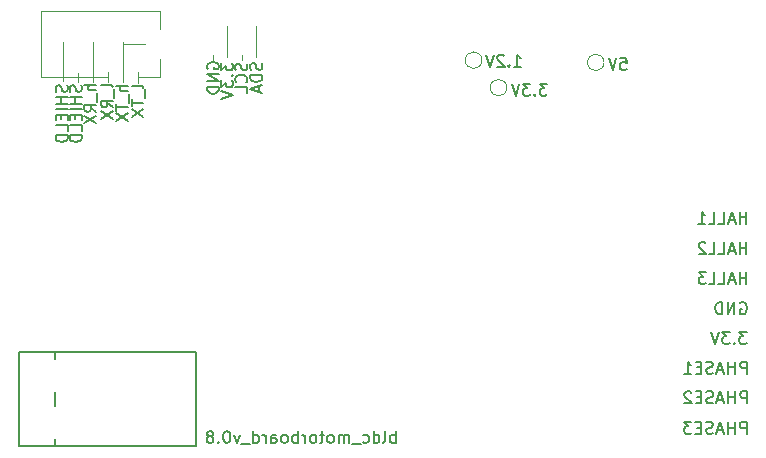
<source format=gbr>
G04 #@! TF.GenerationSoftware,KiCad,Pcbnew,5.1.5-52549c5~84~ubuntu18.04.1*
G04 #@! TF.CreationDate,2020-04-16T13:53:27+02:00*
G04 #@! TF.ProjectId,board,626f6172-642e-46b6-9963-61645f706362,rev?*
G04 #@! TF.SameCoordinates,Original*
G04 #@! TF.FileFunction,Legend,Bot*
G04 #@! TF.FilePolarity,Positive*
%FSLAX46Y46*%
G04 Gerber Fmt 4.6, Leading zero omitted, Abs format (unit mm)*
G04 Created by KiCad (PCBNEW 5.1.5-52549c5~84~ubuntu18.04.1) date 2020-04-16 13:53:27*
%MOMM*%
%LPD*%
G04 APERTURE LIST*
%ADD10C,0.150000*%
%ADD11C,0.120000*%
G04 APERTURE END LIST*
D10*
X98383961Y-108116138D02*
X98431580Y-108258995D01*
X98431580Y-108497090D01*
X98383961Y-108592328D01*
X98336342Y-108639947D01*
X98241104Y-108687566D01*
X98145866Y-108687566D01*
X98050628Y-108639947D01*
X98003009Y-108592328D01*
X97955390Y-108497090D01*
X97907771Y-108306614D01*
X97860152Y-108211376D01*
X97812533Y-108163757D01*
X97717295Y-108116138D01*
X97622057Y-108116138D01*
X97526819Y-108163757D01*
X97479200Y-108211376D01*
X97431580Y-108306614D01*
X97431580Y-108544709D01*
X97479200Y-108687566D01*
X98431580Y-109116138D02*
X97431580Y-109116138D01*
X97907771Y-109116138D02*
X97907771Y-109687566D01*
X98431580Y-109687566D02*
X97431580Y-109687566D01*
X98431580Y-110163757D02*
X97431580Y-110163757D01*
X97907771Y-110639947D02*
X97907771Y-110973280D01*
X98431580Y-111116138D02*
X98431580Y-110639947D01*
X97431580Y-110639947D01*
X97431580Y-111116138D01*
X98431580Y-112020900D02*
X98431580Y-111544709D01*
X97431580Y-111544709D01*
X98431580Y-112354233D02*
X97431580Y-112354233D01*
X97431580Y-112592328D01*
X97479200Y-112735185D01*
X97574438Y-112830423D01*
X97669676Y-112878042D01*
X97860152Y-112925661D01*
X98003009Y-112925661D01*
X98193485Y-112878042D01*
X98288723Y-112830423D01*
X98383961Y-112735185D01*
X98431580Y-112592328D01*
X98431580Y-112354233D01*
X154738347Y-137643280D02*
X154738347Y-136643280D01*
X154357395Y-136643280D01*
X154262157Y-136690900D01*
X154214538Y-136738519D01*
X154166919Y-136833757D01*
X154166919Y-136976614D01*
X154214538Y-137071852D01*
X154262157Y-137119471D01*
X154357395Y-137167090D01*
X154738347Y-137167090D01*
X153738347Y-137643280D02*
X153738347Y-136643280D01*
X153738347Y-137119471D02*
X153166919Y-137119471D01*
X153166919Y-137643280D02*
X153166919Y-136643280D01*
X152738347Y-137357566D02*
X152262157Y-137357566D01*
X152833585Y-137643280D02*
X152500252Y-136643280D01*
X152166919Y-137643280D01*
X151881204Y-137595661D02*
X151738347Y-137643280D01*
X151500252Y-137643280D01*
X151405014Y-137595661D01*
X151357395Y-137548042D01*
X151309776Y-137452804D01*
X151309776Y-137357566D01*
X151357395Y-137262328D01*
X151405014Y-137214709D01*
X151500252Y-137167090D01*
X151690728Y-137119471D01*
X151785966Y-137071852D01*
X151833585Y-137024233D01*
X151881204Y-136928995D01*
X151881204Y-136833757D01*
X151833585Y-136738519D01*
X151785966Y-136690900D01*
X151690728Y-136643280D01*
X151452633Y-136643280D01*
X151309776Y-136690900D01*
X150881204Y-137119471D02*
X150547871Y-137119471D01*
X150405014Y-137643280D02*
X150881204Y-137643280D01*
X150881204Y-136643280D01*
X150405014Y-136643280D01*
X150071680Y-136643280D02*
X149452633Y-136643280D01*
X149785966Y-137024233D01*
X149643109Y-137024233D01*
X149547871Y-137071852D01*
X149500252Y-137119471D01*
X149452633Y-137214709D01*
X149452633Y-137452804D01*
X149500252Y-137548042D01*
X149547871Y-137595661D01*
X149643109Y-137643280D01*
X149928823Y-137643280D01*
X150024061Y-137595661D01*
X150071680Y-137548042D01*
X154763747Y-135065180D02*
X154763747Y-134065180D01*
X154382795Y-134065180D01*
X154287557Y-134112800D01*
X154239938Y-134160419D01*
X154192319Y-134255657D01*
X154192319Y-134398514D01*
X154239938Y-134493752D01*
X154287557Y-134541371D01*
X154382795Y-134588990D01*
X154763747Y-134588990D01*
X153763747Y-135065180D02*
X153763747Y-134065180D01*
X153763747Y-134541371D02*
X153192319Y-134541371D01*
X153192319Y-135065180D02*
X153192319Y-134065180D01*
X152763747Y-134779466D02*
X152287557Y-134779466D01*
X152858985Y-135065180D02*
X152525652Y-134065180D01*
X152192319Y-135065180D01*
X151906604Y-135017561D02*
X151763747Y-135065180D01*
X151525652Y-135065180D01*
X151430414Y-135017561D01*
X151382795Y-134969942D01*
X151335176Y-134874704D01*
X151335176Y-134779466D01*
X151382795Y-134684228D01*
X151430414Y-134636609D01*
X151525652Y-134588990D01*
X151716128Y-134541371D01*
X151811366Y-134493752D01*
X151858985Y-134446133D01*
X151906604Y-134350895D01*
X151906604Y-134255657D01*
X151858985Y-134160419D01*
X151811366Y-134112800D01*
X151716128Y-134065180D01*
X151478033Y-134065180D01*
X151335176Y-134112800D01*
X150906604Y-134541371D02*
X150573271Y-134541371D01*
X150430414Y-135065180D02*
X150906604Y-135065180D01*
X150906604Y-134065180D01*
X150430414Y-134065180D01*
X150049461Y-134160419D02*
X150001842Y-134112800D01*
X149906604Y-134065180D01*
X149668509Y-134065180D01*
X149573271Y-134112800D01*
X149525652Y-134160419D01*
X149478033Y-134255657D01*
X149478033Y-134350895D01*
X149525652Y-134493752D01*
X150097080Y-135065180D01*
X149478033Y-135065180D01*
X154751047Y-132550580D02*
X154751047Y-131550580D01*
X154370095Y-131550580D01*
X154274857Y-131598200D01*
X154227238Y-131645819D01*
X154179619Y-131741057D01*
X154179619Y-131883914D01*
X154227238Y-131979152D01*
X154274857Y-132026771D01*
X154370095Y-132074390D01*
X154751047Y-132074390D01*
X153751047Y-132550580D02*
X153751047Y-131550580D01*
X153751047Y-132026771D02*
X153179619Y-132026771D01*
X153179619Y-132550580D02*
X153179619Y-131550580D01*
X152751047Y-132264866D02*
X152274857Y-132264866D01*
X152846285Y-132550580D02*
X152512952Y-131550580D01*
X152179619Y-132550580D01*
X151893904Y-132502961D02*
X151751047Y-132550580D01*
X151512952Y-132550580D01*
X151417714Y-132502961D01*
X151370095Y-132455342D01*
X151322476Y-132360104D01*
X151322476Y-132264866D01*
X151370095Y-132169628D01*
X151417714Y-132122009D01*
X151512952Y-132074390D01*
X151703428Y-132026771D01*
X151798666Y-131979152D01*
X151846285Y-131931533D01*
X151893904Y-131836295D01*
X151893904Y-131741057D01*
X151846285Y-131645819D01*
X151798666Y-131598200D01*
X151703428Y-131550580D01*
X151465333Y-131550580D01*
X151322476Y-131598200D01*
X150893904Y-132026771D02*
X150560571Y-132026771D01*
X150417714Y-132550580D02*
X150893904Y-132550580D01*
X150893904Y-131550580D01*
X150417714Y-131550580D01*
X149465333Y-132550580D02*
X150036761Y-132550580D01*
X149751047Y-132550580D02*
X149751047Y-131550580D01*
X149846285Y-131693438D01*
X149941523Y-131788676D01*
X150036761Y-131836295D01*
X154738490Y-129023280D02*
X154119442Y-129023280D01*
X154452776Y-129404233D01*
X154309919Y-129404233D01*
X154214680Y-129451852D01*
X154167061Y-129499471D01*
X154119442Y-129594709D01*
X154119442Y-129832804D01*
X154167061Y-129928042D01*
X154214680Y-129975661D01*
X154309919Y-130023280D01*
X154595633Y-130023280D01*
X154690871Y-129975661D01*
X154738490Y-129928042D01*
X153690871Y-129928042D02*
X153643252Y-129975661D01*
X153690871Y-130023280D01*
X153738490Y-129975661D01*
X153690871Y-129928042D01*
X153690871Y-130023280D01*
X153309919Y-129023280D02*
X152690871Y-129023280D01*
X153024204Y-129404233D01*
X152881347Y-129404233D01*
X152786109Y-129451852D01*
X152738490Y-129499471D01*
X152690871Y-129594709D01*
X152690871Y-129832804D01*
X152738490Y-129928042D01*
X152786109Y-129975661D01*
X152881347Y-130023280D01*
X153167061Y-130023280D01*
X153262300Y-129975661D01*
X153309919Y-129928042D01*
X152405157Y-129023280D02*
X152071823Y-130023280D01*
X151738490Y-129023280D01*
X154189304Y-126569000D02*
X154284542Y-126521380D01*
X154427400Y-126521380D01*
X154570257Y-126569000D01*
X154665495Y-126664238D01*
X154713114Y-126759476D01*
X154760733Y-126949952D01*
X154760733Y-127092809D01*
X154713114Y-127283285D01*
X154665495Y-127378523D01*
X154570257Y-127473761D01*
X154427400Y-127521380D01*
X154332161Y-127521380D01*
X154189304Y-127473761D01*
X154141685Y-127426142D01*
X154141685Y-127092809D01*
X154332161Y-127092809D01*
X153713114Y-127521380D02*
X153713114Y-126521380D01*
X153141685Y-127521380D01*
X153141685Y-126521380D01*
X152665495Y-127521380D02*
X152665495Y-126521380D01*
X152427400Y-126521380D01*
X152284542Y-126569000D01*
X152189304Y-126664238D01*
X152141685Y-126759476D01*
X152094066Y-126949952D01*
X152094066Y-127092809D01*
X152141685Y-127283285D01*
X152189304Y-127378523D01*
X152284542Y-127473761D01*
X152427400Y-127521380D01*
X152665495Y-127521380D01*
X154728900Y-124955980D02*
X154728900Y-123955980D01*
X154728900Y-124432171D02*
X154157471Y-124432171D01*
X154157471Y-124955980D02*
X154157471Y-123955980D01*
X153728900Y-124670266D02*
X153252709Y-124670266D01*
X153824138Y-124955980D02*
X153490804Y-123955980D01*
X153157471Y-124955980D01*
X152347947Y-124955980D02*
X152824138Y-124955980D01*
X152824138Y-123955980D01*
X151538423Y-124955980D02*
X152014614Y-124955980D01*
X152014614Y-123955980D01*
X151300328Y-123955980D02*
X150681280Y-123955980D01*
X151014614Y-124336933D01*
X150871757Y-124336933D01*
X150776519Y-124384552D01*
X150728900Y-124432171D01*
X150681280Y-124527409D01*
X150681280Y-124765504D01*
X150728900Y-124860742D01*
X150776519Y-124908361D01*
X150871757Y-124955980D01*
X151157471Y-124955980D01*
X151252709Y-124908361D01*
X151300328Y-124860742D01*
X154728900Y-122428680D02*
X154728900Y-121428680D01*
X154728900Y-121904871D02*
X154157471Y-121904871D01*
X154157471Y-122428680D02*
X154157471Y-121428680D01*
X153728900Y-122142966D02*
X153252709Y-122142966D01*
X153824138Y-122428680D02*
X153490804Y-121428680D01*
X153157471Y-122428680D01*
X152347947Y-122428680D02*
X152824138Y-122428680D01*
X152824138Y-121428680D01*
X151538423Y-122428680D02*
X152014614Y-122428680D01*
X152014614Y-121428680D01*
X151252709Y-121523919D02*
X151205090Y-121476300D01*
X151109852Y-121428680D01*
X150871757Y-121428680D01*
X150776519Y-121476300D01*
X150728900Y-121523919D01*
X150681280Y-121619157D01*
X150681280Y-121714395D01*
X150728900Y-121857252D01*
X151300328Y-122428680D01*
X150681280Y-122428680D01*
X154716200Y-119850580D02*
X154716200Y-118850580D01*
X154716200Y-119326771D02*
X154144771Y-119326771D01*
X154144771Y-119850580D02*
X154144771Y-118850580D01*
X153716200Y-119564866D02*
X153240009Y-119564866D01*
X153811438Y-119850580D02*
X153478104Y-118850580D01*
X153144771Y-119850580D01*
X152335247Y-119850580D02*
X152811438Y-119850580D01*
X152811438Y-118850580D01*
X151525723Y-119850580D02*
X152001914Y-119850580D01*
X152001914Y-118850580D01*
X150668580Y-119850580D02*
X151240009Y-119850580D01*
X150954295Y-119850580D02*
X150954295Y-118850580D01*
X151049533Y-118993438D01*
X151144771Y-119088676D01*
X151240009Y-119136295D01*
D11*
X103237000Y-107041100D02*
X103237000Y-107917400D01*
X101916200Y-104501100D02*
X101916200Y-107879300D01*
X100697000Y-107041100D02*
X100697000Y-107879300D01*
X99427000Y-104475700D02*
X99427000Y-107841200D01*
X98131600Y-107066500D02*
X98131600Y-107853900D01*
X96861600Y-104501100D02*
X96861600Y-107815800D01*
D10*
X97202861Y-108116138D02*
X97250480Y-108258995D01*
X97250480Y-108497090D01*
X97202861Y-108592328D01*
X97155242Y-108639947D01*
X97060004Y-108687566D01*
X96964766Y-108687566D01*
X96869528Y-108639947D01*
X96821909Y-108592328D01*
X96774290Y-108497090D01*
X96726671Y-108306614D01*
X96679052Y-108211376D01*
X96631433Y-108163757D01*
X96536195Y-108116138D01*
X96440957Y-108116138D01*
X96345719Y-108163757D01*
X96298100Y-108211376D01*
X96250480Y-108306614D01*
X96250480Y-108544709D01*
X96298100Y-108687566D01*
X97250480Y-109116138D02*
X96250480Y-109116138D01*
X96726671Y-109116138D02*
X96726671Y-109687566D01*
X97250480Y-109687566D02*
X96250480Y-109687566D01*
X97250480Y-110163757D02*
X96250480Y-110163757D01*
X96726671Y-110639947D02*
X96726671Y-110973280D01*
X97250480Y-111116138D02*
X97250480Y-110639947D01*
X96250480Y-110639947D01*
X96250480Y-111116138D01*
X97250480Y-112020900D02*
X97250480Y-111544709D01*
X96250480Y-111544709D01*
X97250480Y-112354233D02*
X96250480Y-112354233D01*
X96250480Y-112592328D01*
X96298100Y-112735185D01*
X96393338Y-112830423D01*
X96488576Y-112878042D01*
X96679052Y-112925661D01*
X96821909Y-112925661D01*
X97012385Y-112878042D01*
X97107623Y-112830423D01*
X97202861Y-112735185D01*
X97250480Y-112592328D01*
X97250480Y-112354233D01*
X103676680Y-108335052D02*
X103629061Y-108239814D01*
X103533823Y-108192195D01*
X102676680Y-108192195D01*
X103771919Y-108477909D02*
X103771919Y-109239814D01*
X102676680Y-109335052D02*
X102676680Y-109906480D01*
X103676680Y-109620766D02*
X102676680Y-109620766D01*
X102676680Y-110144576D02*
X103676680Y-110811242D01*
X102676680Y-110811242D02*
X103676680Y-110144576D01*
X102330480Y-108192219D02*
X101330480Y-108192219D01*
X102330480Y-108620790D02*
X101806671Y-108620790D01*
X101711433Y-108573171D01*
X101663814Y-108477933D01*
X101663814Y-108335076D01*
X101711433Y-108239838D01*
X101759052Y-108192219D01*
X102425719Y-108858885D02*
X102425719Y-109620790D01*
X101330480Y-109716028D02*
X101330480Y-110287457D01*
X102330480Y-110001742D02*
X101330480Y-110001742D01*
X101330480Y-110525552D02*
X102330480Y-111192219D01*
X101330480Y-111192219D02*
X102330480Y-110525552D01*
X101085880Y-108292204D02*
X101038261Y-108196966D01*
X100943023Y-108149347D01*
X100085880Y-108149347D01*
X101181119Y-108435061D02*
X101181119Y-109196966D01*
X101085880Y-110006490D02*
X100609690Y-109673157D01*
X101085880Y-109435061D02*
X100085880Y-109435061D01*
X100085880Y-109816014D01*
X100133500Y-109911252D01*
X100181119Y-109958871D01*
X100276357Y-110006490D01*
X100419214Y-110006490D01*
X100514452Y-109958871D01*
X100562071Y-109911252D01*
X100609690Y-109816014D01*
X100609690Y-109435061D01*
X100085880Y-110339823D02*
X101085880Y-111006490D01*
X100085880Y-111006490D02*
X101085880Y-110339823D01*
X99676180Y-108136671D02*
X98676180Y-108136671D01*
X99676180Y-108565242D02*
X99152371Y-108565242D01*
X99057133Y-108517623D01*
X99009514Y-108422385D01*
X99009514Y-108279528D01*
X99057133Y-108184290D01*
X99104752Y-108136671D01*
X99771419Y-108803338D02*
X99771419Y-109565242D01*
X99676180Y-110374766D02*
X99199990Y-110041433D01*
X99676180Y-109803338D02*
X98676180Y-109803338D01*
X98676180Y-110184290D01*
X98723800Y-110279528D01*
X98771419Y-110327147D01*
X98866657Y-110374766D01*
X99009514Y-110374766D01*
X99104752Y-110327147D01*
X99152371Y-110279528D01*
X99199990Y-110184290D01*
X99199990Y-109803338D01*
X98676180Y-110708100D02*
X99676180Y-111374766D01*
X98676180Y-111374766D02*
X99676180Y-110708100D01*
D11*
X109540000Y-106020000D02*
X109540000Y-105620000D01*
X110790000Y-105790000D02*
X110790000Y-103110000D01*
X111990000Y-106020000D02*
X111990000Y-105620000D01*
X113240000Y-105790000D02*
X113240000Y-103110000D01*
D10*
X113674761Y-106275714D02*
X113722380Y-106418571D01*
X113722380Y-106656666D01*
X113674761Y-106751904D01*
X113627142Y-106799523D01*
X113531904Y-106847142D01*
X113436666Y-106847142D01*
X113341428Y-106799523D01*
X113293809Y-106751904D01*
X113246190Y-106656666D01*
X113198571Y-106466190D01*
X113150952Y-106370952D01*
X113103333Y-106323333D01*
X113008095Y-106275714D01*
X112912857Y-106275714D01*
X112817619Y-106323333D01*
X112770000Y-106370952D01*
X112722380Y-106466190D01*
X112722380Y-106704285D01*
X112770000Y-106847142D01*
X113722380Y-107275714D02*
X112722380Y-107275714D01*
X112722380Y-107513809D01*
X112770000Y-107656666D01*
X112865238Y-107751904D01*
X112960476Y-107799523D01*
X113150952Y-107847142D01*
X113293809Y-107847142D01*
X113484285Y-107799523D01*
X113579523Y-107751904D01*
X113674761Y-107656666D01*
X113722380Y-107513809D01*
X113722380Y-107275714D01*
X113436666Y-108228095D02*
X113436666Y-108704285D01*
X113722380Y-108132857D02*
X112722380Y-108466190D01*
X113722380Y-108799523D01*
X112404761Y-106299523D02*
X112452380Y-106442380D01*
X112452380Y-106680476D01*
X112404761Y-106775714D01*
X112357142Y-106823333D01*
X112261904Y-106870952D01*
X112166666Y-106870952D01*
X112071428Y-106823333D01*
X112023809Y-106775714D01*
X111976190Y-106680476D01*
X111928571Y-106490000D01*
X111880952Y-106394761D01*
X111833333Y-106347142D01*
X111738095Y-106299523D01*
X111642857Y-106299523D01*
X111547619Y-106347142D01*
X111500000Y-106394761D01*
X111452380Y-106490000D01*
X111452380Y-106728095D01*
X111500000Y-106870952D01*
X112357142Y-107870952D02*
X112404761Y-107823333D01*
X112452380Y-107680476D01*
X112452380Y-107585238D01*
X112404761Y-107442380D01*
X112309523Y-107347142D01*
X112214285Y-107299523D01*
X112023809Y-107251904D01*
X111880952Y-107251904D01*
X111690476Y-107299523D01*
X111595238Y-107347142D01*
X111500000Y-107442380D01*
X111452380Y-107585238D01*
X111452380Y-107680476D01*
X111500000Y-107823333D01*
X111547619Y-107870952D01*
X112452380Y-108775714D02*
X112452380Y-108299523D01*
X111452380Y-108299523D01*
X110242380Y-106263809D02*
X110242380Y-106882857D01*
X110623333Y-106549523D01*
X110623333Y-106692380D01*
X110670952Y-106787619D01*
X110718571Y-106835238D01*
X110813809Y-106882857D01*
X111051904Y-106882857D01*
X111147142Y-106835238D01*
X111194761Y-106787619D01*
X111242380Y-106692380D01*
X111242380Y-106406666D01*
X111194761Y-106311428D01*
X111147142Y-106263809D01*
X111147142Y-107311428D02*
X111194761Y-107359047D01*
X111242380Y-107311428D01*
X111194761Y-107263809D01*
X111147142Y-107311428D01*
X111242380Y-107311428D01*
X110242380Y-107692380D02*
X110242380Y-108311428D01*
X110623333Y-107978095D01*
X110623333Y-108120952D01*
X110670952Y-108216190D01*
X110718571Y-108263809D01*
X110813809Y-108311428D01*
X111051904Y-108311428D01*
X111147142Y-108263809D01*
X111194761Y-108216190D01*
X111242380Y-108120952D01*
X111242380Y-107835238D01*
X111194761Y-107740000D01*
X111147142Y-107692380D01*
X110242380Y-108597142D02*
X111242380Y-108930476D01*
X110242380Y-109263809D01*
X109110000Y-106748095D02*
X109062380Y-106652857D01*
X109062380Y-106510000D01*
X109110000Y-106367142D01*
X109205238Y-106271904D01*
X109300476Y-106224285D01*
X109490952Y-106176666D01*
X109633809Y-106176666D01*
X109824285Y-106224285D01*
X109919523Y-106271904D01*
X110014761Y-106367142D01*
X110062380Y-106510000D01*
X110062380Y-106605238D01*
X110014761Y-106748095D01*
X109967142Y-106795714D01*
X109633809Y-106795714D01*
X109633809Y-106605238D01*
X110062380Y-107224285D02*
X109062380Y-107224285D01*
X110062380Y-107795714D01*
X109062380Y-107795714D01*
X110062380Y-108271904D02*
X109062380Y-108271904D01*
X109062380Y-108510000D01*
X109110000Y-108652857D01*
X109205238Y-108748095D01*
X109300476Y-108795714D01*
X109490952Y-108843333D01*
X109633809Y-108843333D01*
X109824285Y-108795714D01*
X109919523Y-108748095D01*
X110014761Y-108652857D01*
X110062380Y-108510000D01*
X110062380Y-108271904D01*
X135057142Y-106562380D02*
X135628571Y-106562380D01*
X135342857Y-106562380D02*
X135342857Y-105562380D01*
X135438095Y-105705238D01*
X135533333Y-105800476D01*
X135628571Y-105848095D01*
X134628571Y-106467142D02*
X134580952Y-106514761D01*
X134628571Y-106562380D01*
X134676190Y-106514761D01*
X134628571Y-106467142D01*
X134628571Y-106562380D01*
X134200000Y-105657619D02*
X134152380Y-105610000D01*
X134057142Y-105562380D01*
X133819047Y-105562380D01*
X133723809Y-105610000D01*
X133676190Y-105657619D01*
X133628571Y-105752857D01*
X133628571Y-105848095D01*
X133676190Y-105990952D01*
X134247619Y-106562380D01*
X133628571Y-106562380D01*
X133342857Y-105562380D02*
X133009523Y-106562380D01*
X132676190Y-105562380D01*
X137846190Y-108012380D02*
X137227142Y-108012380D01*
X137560476Y-108393333D01*
X137417619Y-108393333D01*
X137322380Y-108440952D01*
X137274761Y-108488571D01*
X137227142Y-108583809D01*
X137227142Y-108821904D01*
X137274761Y-108917142D01*
X137322380Y-108964761D01*
X137417619Y-109012380D01*
X137703333Y-109012380D01*
X137798571Y-108964761D01*
X137846190Y-108917142D01*
X136798571Y-108917142D02*
X136750952Y-108964761D01*
X136798571Y-109012380D01*
X136846190Y-108964761D01*
X136798571Y-108917142D01*
X136798571Y-109012380D01*
X136417619Y-108012380D02*
X135798571Y-108012380D01*
X136131904Y-108393333D01*
X135989047Y-108393333D01*
X135893809Y-108440952D01*
X135846190Y-108488571D01*
X135798571Y-108583809D01*
X135798571Y-108821904D01*
X135846190Y-108917142D01*
X135893809Y-108964761D01*
X135989047Y-109012380D01*
X136274761Y-109012380D01*
X136370000Y-108964761D01*
X136417619Y-108917142D01*
X135512857Y-108012380D02*
X135179523Y-109012380D01*
X134846190Y-108012380D01*
X144060476Y-105822380D02*
X144536666Y-105822380D01*
X144584285Y-106298571D01*
X144536666Y-106250952D01*
X144441428Y-106203333D01*
X144203333Y-106203333D01*
X144108095Y-106250952D01*
X144060476Y-106298571D01*
X144012857Y-106393809D01*
X144012857Y-106631904D01*
X144060476Y-106727142D01*
X144108095Y-106774761D01*
X144203333Y-106822380D01*
X144441428Y-106822380D01*
X144536666Y-106774761D01*
X144584285Y-106727142D01*
X143727142Y-105822380D02*
X143393809Y-106822380D01*
X143060476Y-105822380D01*
X125016190Y-138412380D02*
X125016190Y-137412380D01*
X125016190Y-137793333D02*
X124920952Y-137745714D01*
X124730476Y-137745714D01*
X124635238Y-137793333D01*
X124587619Y-137840952D01*
X124540000Y-137936190D01*
X124540000Y-138221904D01*
X124587619Y-138317142D01*
X124635238Y-138364761D01*
X124730476Y-138412380D01*
X124920952Y-138412380D01*
X125016190Y-138364761D01*
X123968571Y-138412380D02*
X124063809Y-138364761D01*
X124111428Y-138269523D01*
X124111428Y-137412380D01*
X123159047Y-138412380D02*
X123159047Y-137412380D01*
X123159047Y-138364761D02*
X123254285Y-138412380D01*
X123444761Y-138412380D01*
X123540000Y-138364761D01*
X123587619Y-138317142D01*
X123635238Y-138221904D01*
X123635238Y-137936190D01*
X123587619Y-137840952D01*
X123540000Y-137793333D01*
X123444761Y-137745714D01*
X123254285Y-137745714D01*
X123159047Y-137793333D01*
X122254285Y-138364761D02*
X122349523Y-138412380D01*
X122540000Y-138412380D01*
X122635238Y-138364761D01*
X122682857Y-138317142D01*
X122730476Y-138221904D01*
X122730476Y-137936190D01*
X122682857Y-137840952D01*
X122635238Y-137793333D01*
X122540000Y-137745714D01*
X122349523Y-137745714D01*
X122254285Y-137793333D01*
X122063809Y-138507619D02*
X121301904Y-138507619D01*
X121063809Y-138412380D02*
X121063809Y-137745714D01*
X121063809Y-137840952D02*
X121016190Y-137793333D01*
X120920952Y-137745714D01*
X120778095Y-137745714D01*
X120682857Y-137793333D01*
X120635238Y-137888571D01*
X120635238Y-138412380D01*
X120635238Y-137888571D02*
X120587619Y-137793333D01*
X120492380Y-137745714D01*
X120349523Y-137745714D01*
X120254285Y-137793333D01*
X120206666Y-137888571D01*
X120206666Y-138412380D01*
X119587619Y-138412380D02*
X119682857Y-138364761D01*
X119730476Y-138317142D01*
X119778095Y-138221904D01*
X119778095Y-137936190D01*
X119730476Y-137840952D01*
X119682857Y-137793333D01*
X119587619Y-137745714D01*
X119444761Y-137745714D01*
X119349523Y-137793333D01*
X119301904Y-137840952D01*
X119254285Y-137936190D01*
X119254285Y-138221904D01*
X119301904Y-138317142D01*
X119349523Y-138364761D01*
X119444761Y-138412380D01*
X119587619Y-138412380D01*
X118968571Y-137745714D02*
X118587619Y-137745714D01*
X118825714Y-137412380D02*
X118825714Y-138269523D01*
X118778095Y-138364761D01*
X118682857Y-138412380D01*
X118587619Y-138412380D01*
X118111428Y-138412380D02*
X118206666Y-138364761D01*
X118254285Y-138317142D01*
X118301904Y-138221904D01*
X118301904Y-137936190D01*
X118254285Y-137840952D01*
X118206666Y-137793333D01*
X118111428Y-137745714D01*
X117968571Y-137745714D01*
X117873333Y-137793333D01*
X117825714Y-137840952D01*
X117778095Y-137936190D01*
X117778095Y-138221904D01*
X117825714Y-138317142D01*
X117873333Y-138364761D01*
X117968571Y-138412380D01*
X118111428Y-138412380D01*
X117349523Y-138412380D02*
X117349523Y-137745714D01*
X117349523Y-137936190D02*
X117301904Y-137840952D01*
X117254285Y-137793333D01*
X117159047Y-137745714D01*
X117063809Y-137745714D01*
X116730476Y-138412380D02*
X116730476Y-137412380D01*
X116730476Y-137793333D02*
X116635238Y-137745714D01*
X116444761Y-137745714D01*
X116349523Y-137793333D01*
X116301904Y-137840952D01*
X116254285Y-137936190D01*
X116254285Y-138221904D01*
X116301904Y-138317142D01*
X116349523Y-138364761D01*
X116444761Y-138412380D01*
X116635238Y-138412380D01*
X116730476Y-138364761D01*
X115682857Y-138412380D02*
X115778095Y-138364761D01*
X115825714Y-138317142D01*
X115873333Y-138221904D01*
X115873333Y-137936190D01*
X115825714Y-137840952D01*
X115778095Y-137793333D01*
X115682857Y-137745714D01*
X115540000Y-137745714D01*
X115444761Y-137793333D01*
X115397142Y-137840952D01*
X115349523Y-137936190D01*
X115349523Y-138221904D01*
X115397142Y-138317142D01*
X115444761Y-138364761D01*
X115540000Y-138412380D01*
X115682857Y-138412380D01*
X114492380Y-138412380D02*
X114492380Y-137888571D01*
X114540000Y-137793333D01*
X114635238Y-137745714D01*
X114825714Y-137745714D01*
X114920952Y-137793333D01*
X114492380Y-138364761D02*
X114587619Y-138412380D01*
X114825714Y-138412380D01*
X114920952Y-138364761D01*
X114968571Y-138269523D01*
X114968571Y-138174285D01*
X114920952Y-138079047D01*
X114825714Y-138031428D01*
X114587619Y-138031428D01*
X114492380Y-137983809D01*
X114016190Y-138412380D02*
X114016190Y-137745714D01*
X114016190Y-137936190D02*
X113968571Y-137840952D01*
X113920952Y-137793333D01*
X113825714Y-137745714D01*
X113730476Y-137745714D01*
X112968571Y-138412380D02*
X112968571Y-137412380D01*
X112968571Y-138364761D02*
X113063809Y-138412380D01*
X113254285Y-138412380D01*
X113349523Y-138364761D01*
X113397142Y-138317142D01*
X113444761Y-138221904D01*
X113444761Y-137936190D01*
X113397142Y-137840952D01*
X113349523Y-137793333D01*
X113254285Y-137745714D01*
X113063809Y-137745714D01*
X112968571Y-137793333D01*
X112730476Y-138507619D02*
X111968571Y-138507619D01*
X111825714Y-137745714D02*
X111587619Y-138412380D01*
X111349523Y-137745714D01*
X110778095Y-137412380D02*
X110682857Y-137412380D01*
X110587619Y-137460000D01*
X110540000Y-137507619D01*
X110492380Y-137602857D01*
X110444761Y-137793333D01*
X110444761Y-138031428D01*
X110492380Y-138221904D01*
X110540000Y-138317142D01*
X110587619Y-138364761D01*
X110682857Y-138412380D01*
X110778095Y-138412380D01*
X110873333Y-138364761D01*
X110920952Y-138317142D01*
X110968571Y-138221904D01*
X111016190Y-138031428D01*
X111016190Y-137793333D01*
X110968571Y-137602857D01*
X110920952Y-137507619D01*
X110873333Y-137460000D01*
X110778095Y-137412380D01*
X110016190Y-138317142D02*
X109968571Y-138364761D01*
X110016190Y-138412380D01*
X110063809Y-138364761D01*
X110016190Y-138317142D01*
X110016190Y-138412380D01*
X109397142Y-137840952D02*
X109492380Y-137793333D01*
X109540000Y-137745714D01*
X109587619Y-137650476D01*
X109587619Y-137602857D01*
X109540000Y-137507619D01*
X109492380Y-137460000D01*
X109397142Y-137412380D01*
X109206666Y-137412380D01*
X109111428Y-137460000D01*
X109063809Y-137507619D01*
X109016190Y-137602857D01*
X109016190Y-137650476D01*
X109063809Y-137745714D01*
X109111428Y-137793333D01*
X109206666Y-137840952D01*
X109397142Y-137840952D01*
X109492380Y-137888571D01*
X109540000Y-137936190D01*
X109587619Y-138031428D01*
X109587619Y-138221904D01*
X109540000Y-138317142D01*
X109492380Y-138364761D01*
X109397142Y-138412380D01*
X109206666Y-138412380D01*
X109111428Y-138364761D01*
X109063809Y-138317142D01*
X109016190Y-138221904D01*
X109016190Y-138031428D01*
X109063809Y-137936190D01*
X109111428Y-137888571D01*
X109206666Y-137840952D01*
X108150000Y-138700000D02*
X93150000Y-138700000D01*
X108150000Y-130700000D02*
X108150000Y-138700000D01*
X93150000Y-130700000D02*
X108150000Y-130700000D01*
X93150000Y-138700000D02*
X93150000Y-130700000D01*
X96150000Y-130700000D02*
X96150000Y-131300000D01*
X96150000Y-134100000D02*
X96150000Y-135300000D01*
X96150000Y-138700000D02*
X96150000Y-138100000D01*
D11*
X100670000Y-107460000D02*
X94985000Y-107460000D01*
X94985000Y-107460000D02*
X94985000Y-101860000D01*
X105085000Y-101860000D02*
X94985000Y-101860000D01*
X105085000Y-103390000D02*
X105085000Y-101860000D01*
X103810000Y-104660000D02*
X101940000Y-104660000D01*
X101940000Y-104660000D02*
X101940000Y-106530000D01*
X103210000Y-107460000D02*
X105085000Y-107460000D01*
X105085000Y-107460000D02*
X105085000Y-105930000D01*
X142670000Y-106210000D02*
G75*
G03X142670000Y-106210000I-700000J0D01*
G01*
X134440000Y-108340000D02*
G75*
G03X134440000Y-108340000I-700000J0D01*
G01*
X132330000Y-106020000D02*
G75*
G03X132330000Y-106020000I-700000J0D01*
G01*
M02*

</source>
